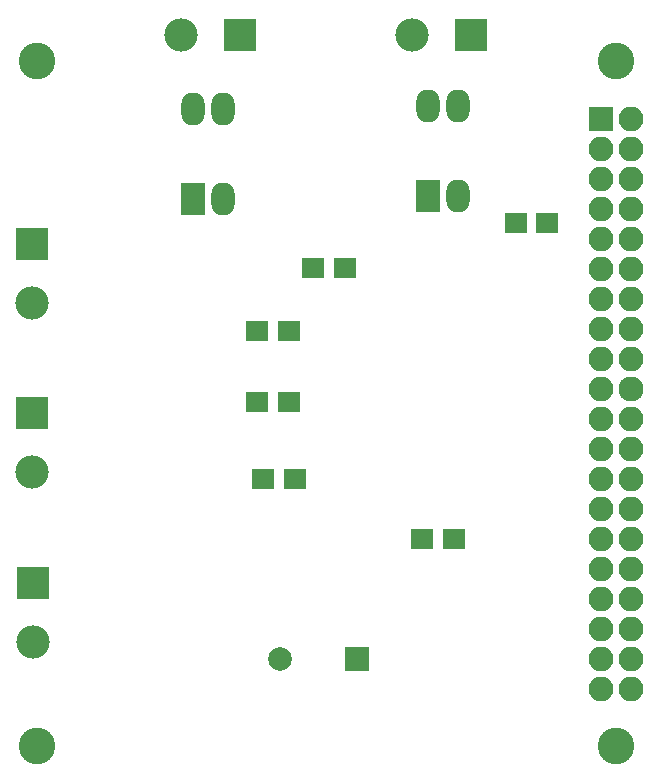
<source format=gts>
G04 #@! TF.FileFunction,Soldermask,Top*
%FSLAX46Y46*%
G04 Gerber Fmt 4.6, Leading zero omitted, Abs format (unit mm)*
G04 Created by KiCad (PCBNEW 4.0.7) date Fri Feb  2 23:20:03 2018*
%MOMM*%
%LPD*%
G01*
G04 APERTURE LIST*
%ADD10C,0.100000*%
%ADD11R,2.100000X2.100000*%
%ADD12O,2.100000X2.100000*%
%ADD13O,2.127200X2.127200*%
%ADD14C,3.100000*%
%ADD15R,2.000000X2.000000*%
%ADD16C,2.000000*%
%ADD17R,2.813000X2.813000*%
%ADD18C,2.813000*%
%ADD19R,1.900000X1.700000*%
%ADD20R,2.000000X2.800000*%
%ADD21O,2.000000X2.800000*%
G04 APERTURE END LIST*
D10*
D11*
X167513000Y-69469000D03*
D12*
X170053000Y-69469000D03*
X167513000Y-72009000D03*
X170053000Y-72009000D03*
X167513000Y-74549000D03*
X170053000Y-74549000D03*
X167513000Y-77089000D03*
X170053000Y-77089000D03*
X167513000Y-79629000D03*
X170053000Y-79629000D03*
X167513000Y-82169000D03*
X170053000Y-82169000D03*
X167513000Y-84709000D03*
X170053000Y-84709000D03*
X167513000Y-87249000D03*
X170053000Y-87249000D03*
X167513000Y-89789000D03*
X170053000Y-89789000D03*
X167513000Y-92329000D03*
D13*
X170053000Y-92329000D03*
D12*
X167513000Y-94869000D03*
X170053000Y-94869000D03*
X167513000Y-97409000D03*
X170053000Y-97409000D03*
X167513000Y-99949000D03*
X170053000Y-99949000D03*
X167513000Y-102489000D03*
X170053000Y-102489000D03*
X167513000Y-105029000D03*
X170053000Y-105029000D03*
X167513000Y-107569000D03*
X170053000Y-107569000D03*
X167513000Y-110109000D03*
X170053000Y-110109000D03*
X167513000Y-112649000D03*
X170053000Y-112649000D03*
X167513000Y-115189000D03*
X170053000Y-115189000D03*
X167513000Y-117729000D03*
X170053000Y-117729000D03*
D14*
X168783000Y-64516000D03*
X119761000Y-64516000D03*
X119761000Y-122555000D03*
X168783000Y-122555000D03*
D15*
X146862800Y-115214400D03*
D16*
X140362800Y-115214400D03*
D17*
X156565600Y-62382400D03*
D18*
X151565600Y-62382400D03*
D17*
X137007600Y-62357000D03*
D18*
X132007600Y-62357000D03*
D17*
X119405400Y-80010000D03*
D18*
X119405400Y-85010000D03*
D17*
X119456200Y-108788200D03*
D18*
X119456200Y-113788200D03*
D17*
X119405400Y-94335600D03*
D18*
X119405400Y-99335600D03*
D19*
X163021000Y-78308200D03*
X160321000Y-78308200D03*
X145901400Y-82042000D03*
X143201400Y-82042000D03*
X141151600Y-87401400D03*
X138451600Y-87401400D03*
X141659600Y-99974400D03*
X138959600Y-99974400D03*
X155121600Y-105054400D03*
X152421600Y-105054400D03*
X141151600Y-93421200D03*
X138451600Y-93421200D03*
D20*
X152908000Y-76022200D03*
D21*
X155448000Y-68402200D03*
X155448000Y-76022200D03*
X152908000Y-68402200D03*
D20*
X132994400Y-76200000D03*
D21*
X135534400Y-68580000D03*
X135534400Y-76200000D03*
X132994400Y-68580000D03*
M02*

</source>
